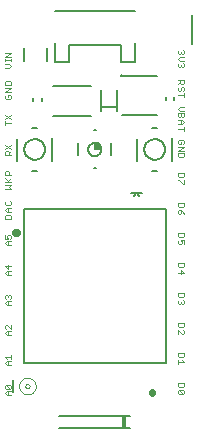
<source format=gto>
G75*
%MOIN*%
%OFA0B0*%
%FSLAX24Y24*%
%IPPOS*%
%LPD*%
%AMOC8*
5,1,8,0,0,1.08239X$1,22.5*
%
%ADD10C,0.0040*%
%ADD11C,0.0080*%
%ADD12C,0.0079*%
%ADD13R,0.0100X0.1000*%
%ADD14C,0.0050*%
%ADD15C,0.0160*%
%ADD16R,0.0157X0.0394*%
%ADD17C,0.0220*%
D10*
X002006Y001699D02*
X002073Y001766D01*
X002207Y001766D01*
X002173Y001853D02*
X002040Y001987D01*
X002173Y001987D01*
X002207Y001953D01*
X002207Y001886D01*
X002173Y001853D01*
X002040Y001853D01*
X002006Y001886D01*
X002006Y001953D01*
X002040Y001987D01*
X002107Y001766D02*
X002107Y001632D01*
X002073Y001632D02*
X002207Y001632D01*
X002073Y001632D02*
X002006Y001699D01*
X002674Y001943D02*
X002676Y001959D01*
X002681Y001974D01*
X002690Y001987D01*
X002702Y001998D01*
X002716Y002006D01*
X002731Y002011D01*
X002747Y002012D01*
X002763Y002009D01*
X002777Y002003D01*
X002790Y001993D01*
X002801Y001981D01*
X002808Y001967D01*
X002812Y001951D01*
X002812Y001935D01*
X002808Y001919D01*
X002801Y001905D01*
X002790Y001893D01*
X002778Y001883D01*
X002763Y001877D01*
X002747Y001874D01*
X002731Y001875D01*
X002716Y001880D01*
X002702Y001888D01*
X002690Y001899D01*
X002681Y001912D01*
X002676Y001927D01*
X002674Y001943D01*
X002467Y001943D02*
X002469Y001976D01*
X002475Y002008D01*
X002484Y002039D01*
X002497Y002069D01*
X002514Y002097D01*
X002534Y002123D01*
X002557Y002147D01*
X002582Y002167D01*
X002610Y002185D01*
X002639Y002199D01*
X002670Y002209D01*
X002702Y002216D01*
X002735Y002219D01*
X002768Y002218D01*
X002800Y002213D01*
X002831Y002204D01*
X002862Y002192D01*
X002890Y002176D01*
X002917Y002157D01*
X002941Y002135D01*
X002962Y002110D01*
X002981Y002083D01*
X002996Y002054D01*
X003007Y002024D01*
X003015Y001992D01*
X003019Y001959D01*
X003019Y001927D01*
X003015Y001894D01*
X003007Y001862D01*
X002996Y001832D01*
X002981Y001803D01*
X002962Y001776D01*
X002941Y001751D01*
X002917Y001729D01*
X002890Y001710D01*
X002862Y001694D01*
X002831Y001682D01*
X002800Y001673D01*
X002768Y001668D01*
X002735Y001667D01*
X002702Y001670D01*
X002670Y001677D01*
X002639Y001687D01*
X002610Y001701D01*
X002582Y001719D01*
X002557Y001739D01*
X002534Y001763D01*
X002514Y001789D01*
X002497Y001817D01*
X002484Y001847D01*
X002475Y001878D01*
X002469Y001910D01*
X002467Y001943D01*
X002207Y002632D02*
X002073Y002632D01*
X002006Y002699D01*
X002073Y002766D01*
X002207Y002766D01*
X002207Y002853D02*
X002207Y002987D01*
X002207Y002920D02*
X002006Y002920D01*
X002073Y002853D01*
X002107Y002766D02*
X002107Y002632D01*
X002107Y003632D02*
X002107Y003766D01*
X002073Y003766D02*
X002207Y003766D01*
X002207Y003853D02*
X002073Y003987D01*
X002040Y003987D01*
X002006Y003953D01*
X002006Y003886D01*
X002040Y003853D01*
X002073Y003766D02*
X002006Y003699D01*
X002073Y003632D01*
X002207Y003632D01*
X002207Y003853D02*
X002207Y003987D01*
X002207Y004632D02*
X002073Y004632D01*
X002006Y004699D01*
X002073Y004766D01*
X002207Y004766D01*
X002173Y004853D02*
X002207Y004886D01*
X002207Y004953D01*
X002173Y004987D01*
X002140Y004987D01*
X002107Y004953D01*
X002107Y004920D01*
X002107Y004953D02*
X002073Y004987D01*
X002040Y004987D01*
X002006Y004953D01*
X002006Y004886D01*
X002040Y004853D01*
X002107Y004766D02*
X002107Y004632D01*
X002107Y005632D02*
X002107Y005766D01*
X002073Y005766D02*
X002207Y005766D01*
X002107Y005853D02*
X002107Y005987D01*
X002207Y005953D02*
X002006Y005953D01*
X002107Y005853D01*
X002073Y005766D02*
X002006Y005699D01*
X002073Y005632D01*
X002207Y005632D01*
X002207Y006632D02*
X002073Y006632D01*
X002006Y006699D01*
X002073Y006766D01*
X002207Y006766D01*
X002173Y006853D02*
X002207Y006886D01*
X002207Y006953D01*
X002173Y006987D01*
X002107Y006987D01*
X002073Y006953D01*
X002073Y006920D01*
X002107Y006853D01*
X002006Y006853D01*
X002006Y006987D01*
X002107Y006766D02*
X002107Y006632D01*
X002006Y007522D02*
X002207Y007522D01*
X002207Y007622D01*
X002173Y007655D01*
X002040Y007655D01*
X002006Y007622D01*
X002006Y007522D01*
X002073Y007743D02*
X002006Y007809D01*
X002073Y007876D01*
X002207Y007876D01*
X002173Y007964D02*
X002040Y007964D01*
X002006Y007997D01*
X002006Y008064D01*
X002040Y008097D01*
X002173Y008097D02*
X002207Y008064D01*
X002207Y007997D01*
X002173Y007964D01*
X002107Y007876D02*
X002107Y007743D01*
X002073Y007743D02*
X002207Y007743D01*
X002207Y008522D02*
X002006Y008522D01*
X002006Y008655D02*
X002207Y008655D01*
X002140Y008588D01*
X002207Y008522D01*
X002207Y008743D02*
X002006Y008743D01*
X002107Y008776D02*
X002207Y008876D01*
X002207Y008964D02*
X002006Y008964D01*
X002006Y009064D01*
X002040Y009097D01*
X002107Y009097D01*
X002140Y009064D01*
X002140Y008964D01*
X002006Y008876D02*
X002140Y008743D01*
X002140Y009632D02*
X002140Y009732D01*
X002107Y009766D01*
X002040Y009766D01*
X002006Y009732D01*
X002006Y009632D01*
X002207Y009632D01*
X002140Y009699D02*
X002207Y009766D01*
X002207Y009853D02*
X002006Y009987D01*
X002006Y009853D02*
X002207Y009987D01*
X002006Y010632D02*
X002006Y010766D01*
X002006Y010699D02*
X002207Y010699D01*
X002207Y010853D02*
X002006Y010987D01*
X002006Y010853D02*
X002207Y010987D01*
X002173Y011522D02*
X002040Y011522D01*
X002006Y011555D01*
X002006Y011622D01*
X002040Y011655D01*
X002107Y011655D02*
X002107Y011588D01*
X002107Y011655D02*
X002173Y011655D01*
X002207Y011622D01*
X002207Y011555D01*
X002173Y011522D01*
X002207Y011743D02*
X002006Y011743D01*
X002207Y011876D01*
X002006Y011876D01*
X002006Y011964D02*
X002006Y012064D01*
X002040Y012097D01*
X002173Y012097D01*
X002207Y012064D01*
X002207Y011964D01*
X002006Y011964D01*
X002006Y012558D02*
X002140Y012558D01*
X002207Y012625D01*
X002140Y012692D01*
X002006Y012692D01*
X002006Y012779D02*
X002006Y012846D01*
X002006Y012813D02*
X002207Y012813D01*
X002207Y012846D02*
X002207Y012779D01*
X002207Y012927D02*
X002006Y012927D01*
X002207Y013060D01*
X002006Y013060D01*
X007767Y013044D02*
X007767Y013111D01*
X007800Y013145D01*
X007867Y013078D02*
X007867Y013044D01*
X007833Y013011D01*
X007800Y013011D01*
X007767Y013044D01*
X007867Y013044D02*
X007900Y013011D01*
X007933Y013011D01*
X007967Y013044D01*
X007967Y013111D01*
X007933Y013145D01*
X007967Y012924D02*
X007833Y012924D01*
X007767Y012857D01*
X007833Y012790D01*
X007967Y012790D01*
X007933Y012703D02*
X007967Y012669D01*
X007967Y012602D01*
X007933Y012569D01*
X007900Y012569D01*
X007867Y012602D01*
X007833Y012569D01*
X007800Y012569D01*
X007767Y012602D01*
X007767Y012669D01*
X007800Y012703D01*
X007867Y012636D02*
X007867Y012602D01*
X007833Y012145D02*
X007833Y012044D01*
X007867Y012011D01*
X007933Y012011D01*
X007967Y012044D01*
X007967Y012145D01*
X007767Y012145D01*
X007833Y012078D02*
X007767Y012011D01*
X007800Y011924D02*
X007767Y011890D01*
X007767Y011823D01*
X007800Y011790D01*
X007833Y011790D01*
X007867Y011823D01*
X007867Y011890D01*
X007900Y011924D01*
X007933Y011924D01*
X007967Y011890D01*
X007967Y011823D01*
X007933Y011790D01*
X007967Y011703D02*
X007967Y011569D01*
X007967Y011636D02*
X007767Y011636D01*
X007833Y011255D02*
X007767Y011188D01*
X007833Y011122D01*
X007967Y011122D01*
X007967Y011034D02*
X007767Y011034D01*
X007767Y010934D01*
X007800Y010901D01*
X007833Y010901D01*
X007867Y010934D01*
X007867Y011034D01*
X007967Y011034D02*
X007967Y010934D01*
X007933Y010901D01*
X007900Y010901D01*
X007867Y010934D01*
X007867Y010813D02*
X007867Y010680D01*
X007900Y010680D02*
X007767Y010680D01*
X007767Y010813D02*
X007900Y010813D01*
X007967Y010746D01*
X007900Y010680D01*
X007967Y010592D02*
X007967Y010459D01*
X007967Y010525D02*
X007767Y010525D01*
X007800Y010145D02*
X007767Y010111D01*
X007767Y010044D01*
X007800Y010011D01*
X007867Y010011D01*
X007867Y010078D01*
X007933Y010145D02*
X007967Y010111D01*
X007967Y010044D01*
X007933Y010011D01*
X007967Y009924D02*
X007767Y009924D01*
X007767Y009790D02*
X007967Y009790D01*
X007967Y009703D02*
X007967Y009602D01*
X007933Y009569D01*
X007800Y009569D01*
X007767Y009602D01*
X007767Y009703D01*
X007967Y009703D01*
X007767Y009790D02*
X007967Y009924D01*
X007933Y010145D02*
X007800Y010145D01*
X007833Y011255D02*
X007967Y011255D01*
X007967Y009034D02*
X007767Y009034D01*
X007767Y008934D01*
X007800Y008901D01*
X007933Y008901D01*
X007967Y008934D01*
X007967Y009034D01*
X007967Y008813D02*
X007967Y008680D01*
X007933Y008680D01*
X007800Y008813D01*
X007767Y008813D01*
X007767Y008034D02*
X007767Y007934D01*
X007800Y007901D01*
X007933Y007901D01*
X007967Y007934D01*
X007967Y008034D01*
X007767Y008034D01*
X007800Y007813D02*
X007767Y007780D01*
X007767Y007713D01*
X007800Y007680D01*
X007833Y007680D01*
X007867Y007713D01*
X007867Y007813D01*
X007800Y007813D01*
X007867Y007813D02*
X007933Y007746D01*
X007967Y007680D01*
X007967Y007034D02*
X007767Y007034D01*
X007767Y006934D01*
X007800Y006901D01*
X007933Y006901D01*
X007967Y006934D01*
X007967Y007034D01*
X007967Y006813D02*
X007867Y006813D01*
X007900Y006746D01*
X007900Y006713D01*
X007867Y006680D01*
X007800Y006680D01*
X007767Y006713D01*
X007767Y006780D01*
X007800Y006813D01*
X007967Y006813D02*
X007967Y006680D01*
X007967Y006034D02*
X007767Y006034D01*
X007767Y005934D01*
X007800Y005901D01*
X007933Y005901D01*
X007967Y005934D01*
X007967Y006034D01*
X007867Y005813D02*
X007867Y005680D01*
X007967Y005713D02*
X007867Y005813D01*
X007767Y005713D02*
X007967Y005713D01*
X007967Y005034D02*
X007767Y005034D01*
X007767Y004934D01*
X007800Y004901D01*
X007933Y004901D01*
X007967Y004934D01*
X007967Y005034D01*
X007933Y004813D02*
X007967Y004780D01*
X007967Y004713D01*
X007933Y004680D01*
X007900Y004680D01*
X007867Y004713D01*
X007833Y004680D01*
X007800Y004680D01*
X007767Y004713D01*
X007767Y004780D01*
X007800Y004813D01*
X007867Y004746D02*
X007867Y004713D01*
X007967Y004034D02*
X007767Y004034D01*
X007767Y003934D01*
X007800Y003901D01*
X007933Y003901D01*
X007967Y003934D01*
X007967Y004034D01*
X007933Y003813D02*
X007967Y003780D01*
X007967Y003713D01*
X007933Y003680D01*
X007900Y003680D01*
X007767Y003813D01*
X007767Y003680D01*
X007767Y003034D02*
X007767Y002934D01*
X007800Y002901D01*
X007933Y002901D01*
X007967Y002934D01*
X007967Y003034D01*
X007767Y003034D01*
X007767Y002813D02*
X007767Y002680D01*
X007767Y002746D02*
X007967Y002746D01*
X007900Y002813D01*
X007967Y002034D02*
X007767Y002034D01*
X007767Y001934D01*
X007800Y001901D01*
X007933Y001901D01*
X007967Y001934D01*
X007967Y002034D01*
X007933Y001813D02*
X007800Y001813D01*
X007933Y001680D01*
X007800Y001680D01*
X007767Y001713D01*
X007767Y001780D01*
X007800Y001813D01*
X007933Y001813D02*
X007967Y001780D01*
X007967Y001713D01*
X007933Y001680D01*
D11*
X006158Y000930D02*
X003796Y000930D01*
X003796Y000536D02*
X006158Y000536D01*
X002271Y001746D02*
X002271Y002140D01*
X006294Y008270D02*
X006370Y008386D01*
X006380Y008392D02*
X006472Y008270D01*
X006561Y008392D02*
X006380Y008392D01*
X006199Y008392D01*
X005027Y009203D02*
X004947Y009203D01*
X004437Y009633D02*
X004437Y010033D01*
X004947Y010463D02*
X005027Y010463D01*
X004857Y010931D02*
X003597Y010931D01*
X003217Y011453D02*
X003217Y011533D01*
X002937Y011533D02*
X002937Y011453D01*
X003597Y011955D02*
X004857Y011955D01*
X005201Y011807D02*
X005201Y011256D01*
X005713Y011256D01*
X005713Y011807D01*
X005713Y011256D02*
X005713Y011099D01*
X005201Y011099D02*
X005201Y011256D01*
X005537Y010033D02*
X005537Y009633D01*
X007347Y011483D02*
X007347Y011563D01*
X007627Y011563D02*
X007627Y011483D01*
X006325Y012750D02*
X005853Y012750D01*
X005853Y013302D01*
X004121Y013302D01*
X004121Y012750D01*
X003648Y012750D01*
X003648Y013380D01*
X003410Y013220D02*
X003410Y012787D01*
X002623Y012787D02*
X002623Y013220D01*
X003648Y014443D02*
X006325Y014443D01*
X006325Y013380D02*
X006325Y012750D01*
D12*
X006908Y010542D02*
X007065Y010542D01*
X007577Y010227D02*
X007577Y009439D01*
X007065Y009124D02*
X006908Y009124D01*
X006396Y009439D02*
X006396Y010187D01*
X006643Y009833D02*
X006645Y009870D01*
X006651Y009906D01*
X006660Y009941D01*
X006674Y009975D01*
X006691Y010008D01*
X006711Y010038D01*
X006734Y010066D01*
X006760Y010092D01*
X006789Y010114D01*
X006820Y010134D01*
X006853Y010150D01*
X006888Y010162D01*
X006923Y010171D01*
X006960Y010176D01*
X006996Y010177D01*
X007033Y010174D01*
X007069Y010167D01*
X007104Y010157D01*
X007137Y010142D01*
X007169Y010125D01*
X007199Y010104D01*
X007227Y010079D01*
X007252Y010053D01*
X007274Y010023D01*
X007292Y009992D01*
X007307Y009958D01*
X007319Y009924D01*
X007327Y009888D01*
X007331Y009851D01*
X007331Y009815D01*
X007327Y009778D01*
X007319Y009742D01*
X007307Y009708D01*
X007292Y009674D01*
X007274Y009643D01*
X007252Y009613D01*
X007227Y009587D01*
X007199Y009562D01*
X007169Y009541D01*
X007137Y009524D01*
X007104Y009509D01*
X007069Y009499D01*
X007033Y009492D01*
X006996Y009489D01*
X006960Y009490D01*
X006923Y009495D01*
X006888Y009504D01*
X006853Y009516D01*
X006820Y009532D01*
X006789Y009552D01*
X006760Y009574D01*
X006734Y009600D01*
X006711Y009628D01*
X006691Y009658D01*
X006674Y009691D01*
X006660Y009725D01*
X006651Y009760D01*
X006645Y009796D01*
X006643Y009833D01*
X003577Y009439D02*
X003577Y010227D01*
X003065Y010542D02*
X002908Y010542D01*
X002396Y010187D02*
X002396Y009439D01*
X002908Y009124D02*
X003065Y009124D01*
X002643Y009833D02*
X002645Y009870D01*
X002651Y009906D01*
X002660Y009941D01*
X002674Y009975D01*
X002691Y010008D01*
X002711Y010038D01*
X002734Y010066D01*
X002760Y010092D01*
X002789Y010114D01*
X002820Y010134D01*
X002853Y010150D01*
X002888Y010162D01*
X002923Y010171D01*
X002960Y010176D01*
X002996Y010177D01*
X003033Y010174D01*
X003069Y010167D01*
X003104Y010157D01*
X003137Y010142D01*
X003169Y010125D01*
X003199Y010104D01*
X003227Y010079D01*
X003252Y010053D01*
X003274Y010023D01*
X003292Y009992D01*
X003307Y009958D01*
X003319Y009924D01*
X003327Y009888D01*
X003331Y009851D01*
X003331Y009815D01*
X003327Y009778D01*
X003319Y009742D01*
X003307Y009708D01*
X003292Y009674D01*
X003274Y009643D01*
X003252Y009613D01*
X003227Y009587D01*
X003199Y009562D01*
X003169Y009541D01*
X003137Y009524D01*
X003104Y009509D01*
X003069Y009499D01*
X003033Y009492D01*
X002996Y009489D01*
X002960Y009490D01*
X002923Y009495D01*
X002888Y009504D01*
X002853Y009516D01*
X002820Y009532D01*
X002789Y009552D01*
X002760Y009574D01*
X002734Y009600D01*
X002711Y009628D01*
X002691Y009658D01*
X002674Y009691D01*
X002660Y009725D01*
X002651Y009760D01*
X002645Y009796D01*
X002643Y009833D01*
D13*
X008227Y013813D03*
D14*
X007067Y012283D02*
X005886Y012283D01*
X005866Y012283D02*
X005868Y012291D01*
X005873Y012298D01*
X005880Y012302D01*
X005888Y012303D01*
X005896Y012300D01*
X005902Y012295D01*
X005906Y012287D01*
X005906Y012279D01*
X005902Y012271D01*
X005896Y012266D01*
X005888Y012263D01*
X005880Y012264D01*
X005873Y012268D01*
X005868Y012275D01*
X005866Y012283D01*
X005886Y010983D02*
X007067Y010983D01*
X005185Y009929D02*
X005159Y009970D01*
X005124Y010005D01*
X005082Y010031D01*
X005036Y010048D01*
X004987Y010053D01*
X004987Y009833D01*
X004767Y009833D02*
X004769Y009862D01*
X004775Y009891D01*
X004784Y009919D01*
X004798Y009945D01*
X004814Y009969D01*
X004834Y009991D01*
X004857Y010010D01*
X004881Y010026D01*
X004908Y010038D01*
X004936Y010047D01*
X004965Y010052D01*
X004994Y010053D01*
X005024Y010050D01*
X005052Y010043D01*
X005080Y010033D01*
X005105Y010018D01*
X005129Y010001D01*
X005150Y009981D01*
X005168Y009958D01*
X005183Y009932D01*
X005195Y009905D01*
X005203Y009877D01*
X005207Y009848D01*
X005207Y009818D01*
X005203Y009789D01*
X005195Y009761D01*
X005183Y009734D01*
X005168Y009708D01*
X005150Y009685D01*
X005129Y009665D01*
X005105Y009648D01*
X005080Y009633D01*
X005052Y009623D01*
X005024Y009616D01*
X004994Y009613D01*
X004965Y009614D01*
X004936Y009619D01*
X004908Y009628D01*
X004881Y009640D01*
X004857Y009656D01*
X004834Y009675D01*
X004814Y009697D01*
X004798Y009721D01*
X004784Y009747D01*
X004775Y009775D01*
X004769Y009804D01*
X004767Y009833D01*
X004987Y009833D02*
X005207Y009833D01*
X005201Y009882D01*
X005185Y009929D01*
X005180Y009936D02*
X004987Y009936D01*
X004987Y009888D02*
X005199Y009888D01*
X005206Y009839D02*
X004987Y009839D01*
X004987Y009985D02*
X005144Y009985D01*
X005077Y010033D02*
X004987Y010033D01*
X007347Y007841D02*
X002626Y007841D01*
X002626Y002726D01*
X007347Y002726D01*
X007347Y007841D01*
D15*
X002299Y007063D02*
X002301Y007077D01*
X002306Y007091D01*
X002315Y007103D01*
X002326Y007112D01*
X002339Y007118D01*
X002353Y007121D01*
X002368Y007120D01*
X002382Y007115D01*
X002394Y007108D01*
X002404Y007097D01*
X002411Y007084D01*
X002415Y007070D01*
X002415Y007056D01*
X002411Y007042D01*
X002404Y007029D01*
X002394Y007018D01*
X002382Y007011D01*
X002368Y007006D01*
X002353Y007005D01*
X002339Y007008D01*
X002326Y007014D01*
X002315Y007023D01*
X002306Y007035D01*
X002301Y007049D01*
X002299Y007063D01*
D16*
X005961Y000733D03*
D17*
X006887Y001711D02*
X006887Y001735D01*
M02*

</source>
